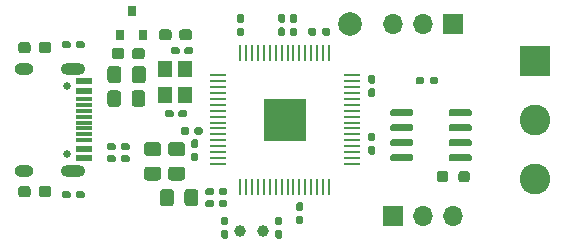
<source format=gbr>
%TF.GenerationSoftware,KiCad,Pcbnew,5.1.8*%
%TF.CreationDate,2020-12-05T00:24:13-05:00*%
%TF.ProjectId,cantankerous,63616e74-616e-46b6-9572-6f75732e6b69,rev?*%
%TF.SameCoordinates,Original*%
%TF.FileFunction,Soldermask,Top*%
%TF.FilePolarity,Negative*%
%FSLAX46Y46*%
G04 Gerber Fmt 4.6, Leading zero omitted, Abs format (unit mm)*
G04 Created by KiCad (PCBNEW 5.1.8) date 2020-12-05 00:24:13*
%MOMM*%
%LPD*%
G01*
G04 APERTURE LIST*
%ADD10C,2.600000*%
%ADD11R,2.600000X2.600000*%
%ADD12C,1.000000*%
%ADD13R,3.606800X3.606800*%
%ADD14R,1.346200X0.228600*%
%ADD15R,0.228600X1.346200*%
%ADD16R,1.200000X1.400000*%
%ADD17R,0.800000X0.900000*%
%ADD18O,1.600000X1.000000*%
%ADD19C,0.650000*%
%ADD20O,2.100000X1.000000*%
%ADD21R,1.450000X0.300000*%
%ADD22R,1.450000X0.600000*%
%ADD23O,1.700000X1.700000*%
%ADD24R,1.700000X1.700000*%
%ADD25C,2.000000*%
G04 APERTURE END LIST*
D10*
%TO.C,J3*%
X165989000Y-110410000D03*
X165989000Y-105410000D03*
D11*
X165989000Y-100410000D03*
%TD*%
D12*
%TO.C,Y2*%
X141033500Y-114871500D03*
X142933500Y-114871500D03*
%TD*%
D13*
%TO.C,U1*%
X144780000Y-105410000D03*
D14*
X150456900Y-101660000D03*
X150456900Y-102159999D03*
X150456900Y-102660000D03*
X150456900Y-103159999D03*
X150456900Y-103660001D03*
X150456900Y-104160000D03*
X150456900Y-104659999D03*
X150456900Y-105160000D03*
X150456900Y-105660000D03*
X150456900Y-106160001D03*
X150456900Y-106660000D03*
X150456900Y-107159999D03*
X150456900Y-107660001D03*
X150456900Y-108160000D03*
X150456900Y-108660001D03*
X150456900Y-109160000D03*
D15*
X148530000Y-111086900D03*
X148030001Y-111086900D03*
X147530000Y-111086900D03*
X147030001Y-111086900D03*
X146529999Y-111086900D03*
X146030000Y-111086900D03*
X145530001Y-111086900D03*
X145030000Y-111086900D03*
X144530000Y-111086900D03*
X144029999Y-111086900D03*
X143530000Y-111086900D03*
X143030001Y-111086900D03*
X142529999Y-111086900D03*
X142030000Y-111086900D03*
X141529999Y-111086900D03*
X141030000Y-111086900D03*
D14*
X139103100Y-109160000D03*
X139103100Y-108660001D03*
X139103100Y-108160000D03*
X139103100Y-107660001D03*
X139103100Y-107159999D03*
X139103100Y-106660000D03*
X139103100Y-106160001D03*
X139103100Y-105660000D03*
X139103100Y-105160000D03*
X139103100Y-104659999D03*
X139103100Y-104160000D03*
X139103100Y-103660001D03*
X139103100Y-103159999D03*
X139103100Y-102660000D03*
X139103100Y-102159999D03*
X139103100Y-101660000D03*
D15*
X141030000Y-99733100D03*
X141529999Y-99733100D03*
X142030000Y-99733100D03*
X142529999Y-99733100D03*
X143030001Y-99733100D03*
X143530000Y-99733100D03*
X144029999Y-99733100D03*
X144530000Y-99733100D03*
X145030000Y-99733100D03*
X145530001Y-99733100D03*
X146030000Y-99733100D03*
X146529999Y-99733100D03*
X147030001Y-99733100D03*
X147530000Y-99733100D03*
X148030001Y-99733100D03*
X148530000Y-99733100D03*
%TD*%
D16*
%TO.C,Y1*%
X134620000Y-103292000D03*
X134620000Y-101092000D03*
X136320000Y-101092000D03*
X136320000Y-103292000D03*
%TD*%
%TO.C,C19*%
G36*
G01*
X130953000Y-101125000D02*
X130953000Y-102075000D01*
G75*
G02*
X130703000Y-102325000I-250000J0D01*
G01*
X130028000Y-102325000D01*
G75*
G02*
X129778000Y-102075000I0J250000D01*
G01*
X129778000Y-101125000D01*
G75*
G02*
X130028000Y-100875000I250000J0D01*
G01*
X130703000Y-100875000D01*
G75*
G02*
X130953000Y-101125000I0J-250000D01*
G01*
G37*
G36*
G01*
X133028000Y-101125000D02*
X133028000Y-102075000D01*
G75*
G02*
X132778000Y-102325000I-250000J0D01*
G01*
X132103000Y-102325000D01*
G75*
G02*
X131853000Y-102075000I0J250000D01*
G01*
X131853000Y-101125000D01*
G75*
G02*
X132103000Y-100875000I250000J0D01*
G01*
X132778000Y-100875000D01*
G75*
G02*
X133028000Y-101125000I0J-250000D01*
G01*
G37*
%TD*%
%TO.C,C2*%
G36*
G01*
X135860500Y-98472000D02*
X135860500Y-97997000D01*
G75*
G02*
X136098000Y-97759500I237500J0D01*
G01*
X136698000Y-97759500D01*
G75*
G02*
X136935500Y-97997000I0J-237500D01*
G01*
X136935500Y-98472000D01*
G75*
G02*
X136698000Y-98709500I-237500J0D01*
G01*
X136098000Y-98709500D01*
G75*
G02*
X135860500Y-98472000I0J237500D01*
G01*
G37*
G36*
G01*
X134135500Y-98472000D02*
X134135500Y-97997000D01*
G75*
G02*
X134373000Y-97759500I237500J0D01*
G01*
X134973000Y-97759500D01*
G75*
G02*
X135210500Y-97997000I0J-237500D01*
G01*
X135210500Y-98472000D01*
G75*
G02*
X134973000Y-98709500I-237500J0D01*
G01*
X134373000Y-98709500D01*
G75*
G02*
X134135500Y-98472000I0J237500D01*
G01*
G37*
%TD*%
%TO.C,C1*%
G36*
G01*
X131210000Y-99584500D02*
X131210000Y-100059500D01*
G75*
G02*
X130972500Y-100297000I-237500J0D01*
G01*
X130372500Y-100297000D01*
G75*
G02*
X130135000Y-100059500I0J237500D01*
G01*
X130135000Y-99584500D01*
G75*
G02*
X130372500Y-99347000I237500J0D01*
G01*
X130972500Y-99347000D01*
G75*
G02*
X131210000Y-99584500I0J-237500D01*
G01*
G37*
G36*
G01*
X132935000Y-99584500D02*
X132935000Y-100059500D01*
G75*
G02*
X132697500Y-100297000I-237500J0D01*
G01*
X132097500Y-100297000D01*
G75*
G02*
X131860000Y-100059500I0J237500D01*
G01*
X131860000Y-99584500D01*
G75*
G02*
X132097500Y-99347000I237500J0D01*
G01*
X132697500Y-99347000D01*
G75*
G02*
X132935000Y-99584500I0J-237500D01*
G01*
G37*
%TD*%
D17*
%TO.C,U2*%
X131823500Y-96234500D03*
X132773500Y-98234500D03*
X130873500Y-98234500D03*
%TD*%
%TO.C,R10*%
G36*
G01*
X126659000Y-111600000D02*
X126659000Y-111920000D01*
G75*
G02*
X126499000Y-112080000I-160000J0D01*
G01*
X126104000Y-112080000D01*
G75*
G02*
X125944000Y-111920000I0J160000D01*
G01*
X125944000Y-111600000D01*
G75*
G02*
X126104000Y-111440000I160000J0D01*
G01*
X126499000Y-111440000D01*
G75*
G02*
X126659000Y-111600000I0J-160000D01*
G01*
G37*
G36*
G01*
X127854000Y-111600000D02*
X127854000Y-111920000D01*
G75*
G02*
X127694000Y-112080000I-160000J0D01*
G01*
X127299000Y-112080000D01*
G75*
G02*
X127139000Y-111920000I0J160000D01*
G01*
X127139000Y-111600000D01*
G75*
G02*
X127299000Y-111440000I160000J0D01*
G01*
X127694000Y-111440000D01*
G75*
G02*
X127854000Y-111600000I0J-160000D01*
G01*
G37*
%TD*%
%TO.C,R9*%
G36*
G01*
X126659000Y-98900000D02*
X126659000Y-99220000D01*
G75*
G02*
X126499000Y-99380000I-160000J0D01*
G01*
X126104000Y-99380000D01*
G75*
G02*
X125944000Y-99220000I0J160000D01*
G01*
X125944000Y-98900000D01*
G75*
G02*
X126104000Y-98740000I160000J0D01*
G01*
X126499000Y-98740000D01*
G75*
G02*
X126659000Y-98900000I0J-160000D01*
G01*
G37*
G36*
G01*
X127854000Y-98900000D02*
X127854000Y-99220000D01*
G75*
G02*
X127694000Y-99380000I-160000J0D01*
G01*
X127299000Y-99380000D01*
G75*
G02*
X127139000Y-99220000I0J160000D01*
G01*
X127139000Y-98900000D01*
G75*
G02*
X127299000Y-98740000I160000J0D01*
G01*
X127694000Y-98740000D01*
G75*
G02*
X127854000Y-98900000I0J-160000D01*
G01*
G37*
%TD*%
%TO.C,D2*%
G36*
G01*
X123970500Y-111743500D02*
X123970500Y-111268500D01*
G75*
G02*
X124208000Y-111031000I237500J0D01*
G01*
X124783000Y-111031000D01*
G75*
G02*
X125020500Y-111268500I0J-237500D01*
G01*
X125020500Y-111743500D01*
G75*
G02*
X124783000Y-111981000I-237500J0D01*
G01*
X124208000Y-111981000D01*
G75*
G02*
X123970500Y-111743500I0J237500D01*
G01*
G37*
G36*
G01*
X122220500Y-111743500D02*
X122220500Y-111268500D01*
G75*
G02*
X122458000Y-111031000I237500J0D01*
G01*
X123033000Y-111031000D01*
G75*
G02*
X123270500Y-111268500I0J-237500D01*
G01*
X123270500Y-111743500D01*
G75*
G02*
X123033000Y-111981000I-237500J0D01*
G01*
X122458000Y-111981000D01*
G75*
G02*
X122220500Y-111743500I0J237500D01*
G01*
G37*
%TD*%
%TO.C,D1*%
G36*
G01*
X123970500Y-99551500D02*
X123970500Y-99076500D01*
G75*
G02*
X124208000Y-98839000I237500J0D01*
G01*
X124783000Y-98839000D01*
G75*
G02*
X125020500Y-99076500I0J-237500D01*
G01*
X125020500Y-99551500D01*
G75*
G02*
X124783000Y-99789000I-237500J0D01*
G01*
X124208000Y-99789000D01*
G75*
G02*
X123970500Y-99551500I0J237500D01*
G01*
G37*
G36*
G01*
X122220500Y-99551500D02*
X122220500Y-99076500D01*
G75*
G02*
X122458000Y-98839000I237500J0D01*
G01*
X123033000Y-98839000D01*
G75*
G02*
X123270500Y-99076500I0J-237500D01*
G01*
X123270500Y-99551500D01*
G75*
G02*
X123033000Y-99789000I-237500J0D01*
G01*
X122458000Y-99789000D01*
G75*
G02*
X122220500Y-99551500I0J237500D01*
G01*
G37*
%TD*%
%TO.C,C3*%
G36*
G01*
X135975000Y-106517500D02*
X135975000Y-106207500D01*
G75*
G02*
X136130000Y-106052500I155000J0D01*
G01*
X136555000Y-106052500D01*
G75*
G02*
X136710000Y-106207500I0J-155000D01*
G01*
X136710000Y-106517500D01*
G75*
G02*
X136555000Y-106672500I-155000J0D01*
G01*
X136130000Y-106672500D01*
G75*
G02*
X135975000Y-106517500I0J155000D01*
G01*
G37*
G36*
G01*
X137110000Y-106517500D02*
X137110000Y-106207500D01*
G75*
G02*
X137265000Y-106052500I155000J0D01*
G01*
X137690000Y-106052500D01*
G75*
G02*
X137845000Y-106207500I0J-155000D01*
G01*
X137845000Y-106517500D01*
G75*
G02*
X137690000Y-106672500I-155000J0D01*
G01*
X137265000Y-106672500D01*
G75*
G02*
X137110000Y-106517500I0J155000D01*
G01*
G37*
%TD*%
%TO.C,C4*%
G36*
G01*
X140878500Y-96478000D02*
X141188500Y-96478000D01*
G75*
G02*
X141343500Y-96633000I0J-155000D01*
G01*
X141343500Y-97058000D01*
G75*
G02*
X141188500Y-97213000I-155000J0D01*
G01*
X140878500Y-97213000D01*
G75*
G02*
X140723500Y-97058000I0J155000D01*
G01*
X140723500Y-96633000D01*
G75*
G02*
X140878500Y-96478000I155000J0D01*
G01*
G37*
G36*
G01*
X140878500Y-97613000D02*
X141188500Y-97613000D01*
G75*
G02*
X141343500Y-97768000I0J-155000D01*
G01*
X141343500Y-98193000D01*
G75*
G02*
X141188500Y-98348000I-155000J0D01*
G01*
X140878500Y-98348000D01*
G75*
G02*
X140723500Y-98193000I0J155000D01*
G01*
X140723500Y-97768000D01*
G75*
G02*
X140878500Y-97613000I155000J0D01*
G01*
G37*
%TD*%
%TO.C,C5*%
G36*
G01*
X151991000Y-102756500D02*
X152301000Y-102756500D01*
G75*
G02*
X152456000Y-102911500I0J-155000D01*
G01*
X152456000Y-103336500D01*
G75*
G02*
X152301000Y-103491500I-155000J0D01*
G01*
X151991000Y-103491500D01*
G75*
G02*
X151836000Y-103336500I0J155000D01*
G01*
X151836000Y-102911500D01*
G75*
G02*
X151991000Y-102756500I155000J0D01*
G01*
G37*
G36*
G01*
X151991000Y-101621500D02*
X152301000Y-101621500D01*
G75*
G02*
X152456000Y-101776500I0J-155000D01*
G01*
X152456000Y-102201500D01*
G75*
G02*
X152301000Y-102356500I-155000J0D01*
G01*
X151991000Y-102356500D01*
G75*
G02*
X151836000Y-102201500I0J155000D01*
G01*
X151836000Y-101776500D01*
G75*
G02*
X151991000Y-101621500I155000J0D01*
G01*
G37*
%TD*%
%TO.C,C6*%
G36*
G01*
X145387000Y-96478000D02*
X145697000Y-96478000D01*
G75*
G02*
X145852000Y-96633000I0J-155000D01*
G01*
X145852000Y-97058000D01*
G75*
G02*
X145697000Y-97213000I-155000J0D01*
G01*
X145387000Y-97213000D01*
G75*
G02*
X145232000Y-97058000I0J155000D01*
G01*
X145232000Y-96633000D01*
G75*
G02*
X145387000Y-96478000I155000J0D01*
G01*
G37*
G36*
G01*
X145387000Y-97613000D02*
X145697000Y-97613000D01*
G75*
G02*
X145852000Y-97768000I0J-155000D01*
G01*
X145852000Y-98193000D01*
G75*
G02*
X145697000Y-98348000I-155000J0D01*
G01*
X145387000Y-98348000D01*
G75*
G02*
X145232000Y-98193000I0J155000D01*
G01*
X145232000Y-97768000D01*
G75*
G02*
X145387000Y-97613000I155000J0D01*
G01*
G37*
%TD*%
%TO.C,C7*%
G36*
G01*
X144371000Y-96470000D02*
X144681000Y-96470000D01*
G75*
G02*
X144836000Y-96625000I0J-155000D01*
G01*
X144836000Y-97050000D01*
G75*
G02*
X144681000Y-97205000I-155000J0D01*
G01*
X144371000Y-97205000D01*
G75*
G02*
X144216000Y-97050000I0J155000D01*
G01*
X144216000Y-96625000D01*
G75*
G02*
X144371000Y-96470000I155000J0D01*
G01*
G37*
G36*
G01*
X144371000Y-97605000D02*
X144681000Y-97605000D01*
G75*
G02*
X144836000Y-97760000I0J-155000D01*
G01*
X144836000Y-98185000D01*
G75*
G02*
X144681000Y-98340000I-155000J0D01*
G01*
X144371000Y-98340000D01*
G75*
G02*
X144216000Y-98185000I0J155000D01*
G01*
X144216000Y-97760000D01*
G75*
G02*
X144371000Y-97605000I155000J0D01*
G01*
G37*
%TD*%
%TO.C,C8*%
G36*
G01*
X146205000Y-114286500D02*
X145895000Y-114286500D01*
G75*
G02*
X145740000Y-114131500I0J155000D01*
G01*
X145740000Y-113706500D01*
G75*
G02*
X145895000Y-113551500I155000J0D01*
G01*
X146205000Y-113551500D01*
G75*
G02*
X146360000Y-113706500I0J-155000D01*
G01*
X146360000Y-114131500D01*
G75*
G02*
X146205000Y-114286500I-155000J0D01*
G01*
G37*
G36*
G01*
X146205000Y-113151500D02*
X145895000Y-113151500D01*
G75*
G02*
X145740000Y-112996500I0J155000D01*
G01*
X145740000Y-112571500D01*
G75*
G02*
X145895000Y-112416500I155000J0D01*
G01*
X146205000Y-112416500D01*
G75*
G02*
X146360000Y-112571500I0J-155000D01*
G01*
X146360000Y-112996500D01*
G75*
G02*
X146205000Y-113151500I-155000J0D01*
G01*
G37*
%TD*%
%TO.C,C9*%
G36*
G01*
X152301000Y-107238000D02*
X151991000Y-107238000D01*
G75*
G02*
X151836000Y-107083000I0J155000D01*
G01*
X151836000Y-106658000D01*
G75*
G02*
X151991000Y-106503000I155000J0D01*
G01*
X152301000Y-106503000D01*
G75*
G02*
X152456000Y-106658000I0J-155000D01*
G01*
X152456000Y-107083000D01*
G75*
G02*
X152301000Y-107238000I-155000J0D01*
G01*
G37*
G36*
G01*
X152301000Y-108373000D02*
X151991000Y-108373000D01*
G75*
G02*
X151836000Y-108218000I0J155000D01*
G01*
X151836000Y-107793000D01*
G75*
G02*
X151991000Y-107638000I155000J0D01*
G01*
X152301000Y-107638000D01*
G75*
G02*
X152456000Y-107793000I0J-155000D01*
G01*
X152456000Y-108218000D01*
G75*
G02*
X152301000Y-108373000I-155000J0D01*
G01*
G37*
%TD*%
%TO.C,C10*%
G36*
G01*
X139197500Y-111661000D02*
X139197500Y-111351000D01*
G75*
G02*
X139352500Y-111196000I155000J0D01*
G01*
X139777500Y-111196000D01*
G75*
G02*
X139932500Y-111351000I0J-155000D01*
G01*
X139932500Y-111661000D01*
G75*
G02*
X139777500Y-111816000I-155000J0D01*
G01*
X139352500Y-111816000D01*
G75*
G02*
X139197500Y-111661000I0J155000D01*
G01*
G37*
G36*
G01*
X138062500Y-111661000D02*
X138062500Y-111351000D01*
G75*
G02*
X138217500Y-111196000I155000J0D01*
G01*
X138642500Y-111196000D01*
G75*
G02*
X138797500Y-111351000I0J-155000D01*
G01*
X138797500Y-111661000D01*
G75*
G02*
X138642500Y-111816000I-155000J0D01*
G01*
X138217500Y-111816000D01*
G75*
G02*
X138062500Y-111661000I0J155000D01*
G01*
G37*
%TD*%
%TO.C,C11*%
G36*
G01*
X137315000Y-107809500D02*
X137005000Y-107809500D01*
G75*
G02*
X136850000Y-107654500I0J155000D01*
G01*
X136850000Y-107229500D01*
G75*
G02*
X137005000Y-107074500I155000J0D01*
G01*
X137315000Y-107074500D01*
G75*
G02*
X137470000Y-107229500I0J-155000D01*
G01*
X137470000Y-107654500D01*
G75*
G02*
X137315000Y-107809500I-155000J0D01*
G01*
G37*
G36*
G01*
X137315000Y-108944500D02*
X137005000Y-108944500D01*
G75*
G02*
X136850000Y-108789500I0J155000D01*
G01*
X136850000Y-108364500D01*
G75*
G02*
X137005000Y-108209500I155000J0D01*
G01*
X137315000Y-108209500D01*
G75*
G02*
X137470000Y-108364500I0J-155000D01*
G01*
X137470000Y-108789500D01*
G75*
G02*
X137315000Y-108944500I-155000J0D01*
G01*
G37*
%TD*%
%TO.C,C12*%
G36*
G01*
X138062500Y-112677000D02*
X138062500Y-112367000D01*
G75*
G02*
X138217500Y-112212000I155000J0D01*
G01*
X138642500Y-112212000D01*
G75*
G02*
X138797500Y-112367000I0J-155000D01*
G01*
X138797500Y-112677000D01*
G75*
G02*
X138642500Y-112832000I-155000J0D01*
G01*
X138217500Y-112832000D01*
G75*
G02*
X138062500Y-112677000I0J155000D01*
G01*
G37*
G36*
G01*
X139197500Y-112677000D02*
X139197500Y-112367000D01*
G75*
G02*
X139352500Y-112212000I155000J0D01*
G01*
X139777500Y-112212000D01*
G75*
G02*
X139932500Y-112367000I0J-155000D01*
G01*
X139932500Y-112677000D01*
G75*
G02*
X139777500Y-112832000I-155000J0D01*
G01*
X139352500Y-112832000D01*
G75*
G02*
X139197500Y-112677000I0J155000D01*
G01*
G37*
%TD*%
%TO.C,C13*%
G36*
G01*
X135376500Y-104747000D02*
X135376500Y-105057000D01*
G75*
G02*
X135221500Y-105212000I-155000J0D01*
G01*
X134796500Y-105212000D01*
G75*
G02*
X134641500Y-105057000I0J155000D01*
G01*
X134641500Y-104747000D01*
G75*
G02*
X134796500Y-104592000I155000J0D01*
G01*
X135221500Y-104592000D01*
G75*
G02*
X135376500Y-104747000I0J-155000D01*
G01*
G37*
G36*
G01*
X136511500Y-104747000D02*
X136511500Y-105057000D01*
G75*
G02*
X136356500Y-105212000I-155000J0D01*
G01*
X135931500Y-105212000D01*
G75*
G02*
X135776500Y-105057000I0J155000D01*
G01*
X135776500Y-104747000D01*
G75*
G02*
X135931500Y-104592000I155000J0D01*
G01*
X136356500Y-104592000D01*
G75*
G02*
X136511500Y-104747000I0J-155000D01*
G01*
G37*
%TD*%
%TO.C,C14*%
G36*
G01*
X137019500Y-99413000D02*
X137019500Y-99723000D01*
G75*
G02*
X136864500Y-99878000I-155000J0D01*
G01*
X136439500Y-99878000D01*
G75*
G02*
X136284500Y-99723000I0J155000D01*
G01*
X136284500Y-99413000D01*
G75*
G02*
X136439500Y-99258000I155000J0D01*
G01*
X136864500Y-99258000D01*
G75*
G02*
X137019500Y-99413000I0J-155000D01*
G01*
G37*
G36*
G01*
X135884500Y-99413000D02*
X135884500Y-99723000D01*
G75*
G02*
X135729500Y-99878000I-155000J0D01*
G01*
X135304500Y-99878000D01*
G75*
G02*
X135149500Y-99723000I0J155000D01*
G01*
X135149500Y-99413000D01*
G75*
G02*
X135304500Y-99258000I155000J0D01*
G01*
X135729500Y-99258000D01*
G75*
G02*
X135884500Y-99413000I0J-155000D01*
G01*
G37*
%TD*%
%TO.C,C15*%
G36*
G01*
X137473000Y-111539000D02*
X137473000Y-112489000D01*
G75*
G02*
X137223000Y-112739000I-250000J0D01*
G01*
X136548000Y-112739000D01*
G75*
G02*
X136298000Y-112489000I0J250000D01*
G01*
X136298000Y-111539000D01*
G75*
G02*
X136548000Y-111289000I250000J0D01*
G01*
X137223000Y-111289000D01*
G75*
G02*
X137473000Y-111539000I0J-250000D01*
G01*
G37*
G36*
G01*
X135398000Y-111539000D02*
X135398000Y-112489000D01*
G75*
G02*
X135148000Y-112739000I-250000J0D01*
G01*
X134473000Y-112739000D01*
G75*
G02*
X134223000Y-112489000I0J250000D01*
G01*
X134223000Y-111539000D01*
G75*
G02*
X134473000Y-111289000I250000J0D01*
G01*
X135148000Y-111289000D01*
G75*
G02*
X135398000Y-111539000I0J-250000D01*
G01*
G37*
%TD*%
%TO.C,C16*%
G36*
G01*
X134079000Y-108494500D02*
X133129000Y-108494500D01*
G75*
G02*
X132879000Y-108244500I0J250000D01*
G01*
X132879000Y-107569500D01*
G75*
G02*
X133129000Y-107319500I250000J0D01*
G01*
X134079000Y-107319500D01*
G75*
G02*
X134329000Y-107569500I0J-250000D01*
G01*
X134329000Y-108244500D01*
G75*
G02*
X134079000Y-108494500I-250000J0D01*
G01*
G37*
G36*
G01*
X134079000Y-110569500D02*
X133129000Y-110569500D01*
G75*
G02*
X132879000Y-110319500I0J250000D01*
G01*
X132879000Y-109644500D01*
G75*
G02*
X133129000Y-109394500I250000J0D01*
G01*
X134079000Y-109394500D01*
G75*
G02*
X134329000Y-109644500I0J-250000D01*
G01*
X134329000Y-110319500D01*
G75*
G02*
X134079000Y-110569500I-250000J0D01*
G01*
G37*
%TD*%
%TO.C,C17*%
G36*
G01*
X139855000Y-115493000D02*
X139545000Y-115493000D01*
G75*
G02*
X139390000Y-115338000I0J155000D01*
G01*
X139390000Y-114913000D01*
G75*
G02*
X139545000Y-114758000I155000J0D01*
G01*
X139855000Y-114758000D01*
G75*
G02*
X140010000Y-114913000I0J-155000D01*
G01*
X140010000Y-115338000D01*
G75*
G02*
X139855000Y-115493000I-155000J0D01*
G01*
G37*
G36*
G01*
X139855000Y-114358000D02*
X139545000Y-114358000D01*
G75*
G02*
X139390000Y-114203000I0J155000D01*
G01*
X139390000Y-113778000D01*
G75*
G02*
X139545000Y-113623000I155000J0D01*
G01*
X139855000Y-113623000D01*
G75*
G02*
X140010000Y-113778000I0J-155000D01*
G01*
X140010000Y-114203000D01*
G75*
G02*
X139855000Y-114358000I-155000J0D01*
G01*
G37*
%TD*%
%TO.C,C18*%
G36*
G01*
X144117000Y-113623000D02*
X144427000Y-113623000D01*
G75*
G02*
X144582000Y-113778000I0J-155000D01*
G01*
X144582000Y-114203000D01*
G75*
G02*
X144427000Y-114358000I-155000J0D01*
G01*
X144117000Y-114358000D01*
G75*
G02*
X143962000Y-114203000I0J155000D01*
G01*
X143962000Y-113778000D01*
G75*
G02*
X144117000Y-113623000I155000J0D01*
G01*
G37*
G36*
G01*
X144117000Y-114758000D02*
X144427000Y-114758000D01*
G75*
G02*
X144582000Y-114913000I0J-155000D01*
G01*
X144582000Y-115338000D01*
G75*
G02*
X144427000Y-115493000I-155000J0D01*
G01*
X144117000Y-115493000D01*
G75*
G02*
X143962000Y-115338000I0J155000D01*
G01*
X143962000Y-114913000D01*
G75*
G02*
X144117000Y-114758000I155000J0D01*
G01*
G37*
%TD*%
%TO.C,F1*%
G36*
G01*
X132981500Y-103181999D02*
X132981500Y-104082001D01*
G75*
G02*
X132731501Y-104332000I-249999J0D01*
G01*
X132081499Y-104332000D01*
G75*
G02*
X131831500Y-104082001I0J249999D01*
G01*
X131831500Y-103181999D01*
G75*
G02*
X132081499Y-102932000I249999J0D01*
G01*
X132731501Y-102932000D01*
G75*
G02*
X132981500Y-103181999I0J-249999D01*
G01*
G37*
G36*
G01*
X130931500Y-103181999D02*
X130931500Y-104082001D01*
G75*
G02*
X130681501Y-104332000I-249999J0D01*
G01*
X130031499Y-104332000D01*
G75*
G02*
X129781500Y-104082001I0J249999D01*
G01*
X129781500Y-103181999D01*
G75*
G02*
X130031499Y-102932000I249999J0D01*
G01*
X130681501Y-102932000D01*
G75*
G02*
X130931500Y-103181999I0J-249999D01*
G01*
G37*
%TD*%
D18*
%TO.C,J2*%
X122711500Y-109730000D03*
D19*
X126361500Y-108300000D03*
D18*
X122711500Y-101090000D03*
D19*
X126361500Y-102520000D03*
D20*
X126891500Y-101090000D03*
X126891500Y-109730000D03*
D21*
X127806500Y-105160000D03*
X127806500Y-107160000D03*
X127806500Y-106660000D03*
X127806500Y-106160000D03*
X127806500Y-105660000D03*
X127806500Y-104660000D03*
X127806500Y-104160000D03*
X127806500Y-103660000D03*
D22*
X127806500Y-108660000D03*
X127806500Y-107860000D03*
X127806500Y-102960000D03*
X127806500Y-102160000D03*
X127806500Y-102160000D03*
X127806500Y-102960000D03*
X127806500Y-107860000D03*
X127806500Y-108660000D03*
%TD*%
D23*
%TO.C,BOOT*%
X153924000Y-97282000D03*
X156464000Y-97282000D03*
D24*
X159004000Y-97282000D03*
%TD*%
%TO.C,TERM*%
X153924000Y-113601500D03*
D23*
X156464000Y-113601500D03*
X159004000Y-113601500D03*
%TD*%
%TO.C,L1*%
G36*
G01*
X136111000Y-110569500D02*
X135161000Y-110569500D01*
G75*
G02*
X134911000Y-110319500I0J250000D01*
G01*
X134911000Y-109644500D01*
G75*
G02*
X135161000Y-109394500I250000J0D01*
G01*
X136111000Y-109394500D01*
G75*
G02*
X136361000Y-109644500I0J-250000D01*
G01*
X136361000Y-110319500D01*
G75*
G02*
X136111000Y-110569500I-250000J0D01*
G01*
G37*
G36*
G01*
X136111000Y-108494500D02*
X135161000Y-108494500D01*
G75*
G02*
X134911000Y-108244500I0J250000D01*
G01*
X134911000Y-107569500D01*
G75*
G02*
X135161000Y-107319500I250000J0D01*
G01*
X136111000Y-107319500D01*
G75*
G02*
X136361000Y-107569500I0J-250000D01*
G01*
X136361000Y-108244500D01*
G75*
G02*
X136111000Y-108494500I-250000J0D01*
G01*
G37*
%TD*%
%TO.C,R1*%
G36*
G01*
X155864000Y-102268000D02*
X155864000Y-101948000D01*
G75*
G02*
X156024000Y-101788000I160000J0D01*
G01*
X156419000Y-101788000D01*
G75*
G02*
X156579000Y-101948000I0J-160000D01*
G01*
X156579000Y-102268000D01*
G75*
G02*
X156419000Y-102428000I-160000J0D01*
G01*
X156024000Y-102428000D01*
G75*
G02*
X155864000Y-102268000I0J160000D01*
G01*
G37*
G36*
G01*
X157059000Y-102268000D02*
X157059000Y-101948000D01*
G75*
G02*
X157219000Y-101788000I160000J0D01*
G01*
X157614000Y-101788000D01*
G75*
G02*
X157774000Y-101948000I0J-160000D01*
G01*
X157774000Y-102268000D01*
G75*
G02*
X157614000Y-102428000I-160000J0D01*
G01*
X157219000Y-102428000D01*
G75*
G02*
X157059000Y-102268000I0J160000D01*
G01*
G37*
%TD*%
%TO.C,R2*%
G36*
G01*
X146746000Y-98140500D02*
X146746000Y-97820500D01*
G75*
G02*
X146906000Y-97660500I160000J0D01*
G01*
X147301000Y-97660500D01*
G75*
G02*
X147461000Y-97820500I0J-160000D01*
G01*
X147461000Y-98140500D01*
G75*
G02*
X147301000Y-98300500I-160000J0D01*
G01*
X146906000Y-98300500D01*
G75*
G02*
X146746000Y-98140500I0J160000D01*
G01*
G37*
G36*
G01*
X147941000Y-98140500D02*
X147941000Y-97820500D01*
G75*
G02*
X148101000Y-97660500I160000J0D01*
G01*
X148496000Y-97660500D01*
G75*
G02*
X148656000Y-97820500I0J-160000D01*
G01*
X148656000Y-98140500D01*
G75*
G02*
X148496000Y-98300500I-160000J0D01*
G01*
X148101000Y-98300500D01*
G75*
G02*
X147941000Y-98140500I0J160000D01*
G01*
G37*
%TD*%
%TO.C,R6*%
G36*
G01*
X130469000Y-108552000D02*
X130469000Y-108872000D01*
G75*
G02*
X130309000Y-109032000I-160000J0D01*
G01*
X129914000Y-109032000D01*
G75*
G02*
X129754000Y-108872000I0J160000D01*
G01*
X129754000Y-108552000D01*
G75*
G02*
X129914000Y-108392000I160000J0D01*
G01*
X130309000Y-108392000D01*
G75*
G02*
X130469000Y-108552000I0J-160000D01*
G01*
G37*
G36*
G01*
X131664000Y-108552000D02*
X131664000Y-108872000D01*
G75*
G02*
X131504000Y-109032000I-160000J0D01*
G01*
X131109000Y-109032000D01*
G75*
G02*
X130949000Y-108872000I0J160000D01*
G01*
X130949000Y-108552000D01*
G75*
G02*
X131109000Y-108392000I160000J0D01*
G01*
X131504000Y-108392000D01*
G75*
G02*
X131664000Y-108552000I0J-160000D01*
G01*
G37*
%TD*%
%TO.C,R7*%
G36*
G01*
X129754000Y-107856000D02*
X129754000Y-107536000D01*
G75*
G02*
X129914000Y-107376000I160000J0D01*
G01*
X130309000Y-107376000D01*
G75*
G02*
X130469000Y-107536000I0J-160000D01*
G01*
X130469000Y-107856000D01*
G75*
G02*
X130309000Y-108016000I-160000J0D01*
G01*
X129914000Y-108016000D01*
G75*
G02*
X129754000Y-107856000I0J160000D01*
G01*
G37*
G36*
G01*
X130949000Y-107856000D02*
X130949000Y-107536000D01*
G75*
G02*
X131109000Y-107376000I160000J0D01*
G01*
X131504000Y-107376000D01*
G75*
G02*
X131664000Y-107536000I0J-160000D01*
G01*
X131664000Y-107856000D01*
G75*
G02*
X131504000Y-108016000I-160000J0D01*
G01*
X131109000Y-108016000D01*
G75*
G02*
X130949000Y-107856000I0J160000D01*
G01*
G37*
%TD*%
%TO.C,R8*%
G36*
G01*
X157667500Y-110473500D02*
X157667500Y-109998500D01*
G75*
G02*
X157905000Y-109761000I237500J0D01*
G01*
X158405000Y-109761000D01*
G75*
G02*
X158642500Y-109998500I0J-237500D01*
G01*
X158642500Y-110473500D01*
G75*
G02*
X158405000Y-110711000I-237500J0D01*
G01*
X157905000Y-110711000D01*
G75*
G02*
X157667500Y-110473500I0J237500D01*
G01*
G37*
G36*
G01*
X159492500Y-110473500D02*
X159492500Y-109998500D01*
G75*
G02*
X159730000Y-109761000I237500J0D01*
G01*
X160230000Y-109761000D01*
G75*
G02*
X160467500Y-109998500I0J-237500D01*
G01*
X160467500Y-110473500D01*
G75*
G02*
X160230000Y-110711000I-237500J0D01*
G01*
X159730000Y-110711000D01*
G75*
G02*
X159492500Y-110473500I0J237500D01*
G01*
G37*
%TD*%
D25*
%TO.C,TP1*%
X150304500Y-97345500D03*
%TD*%
%TO.C,U3*%
G36*
G01*
X153711000Y-104988500D02*
X153711000Y-104688500D01*
G75*
G02*
X153861000Y-104538500I150000J0D01*
G01*
X155511000Y-104538500D01*
G75*
G02*
X155661000Y-104688500I0J-150000D01*
G01*
X155661000Y-104988500D01*
G75*
G02*
X155511000Y-105138500I-150000J0D01*
G01*
X153861000Y-105138500D01*
G75*
G02*
X153711000Y-104988500I0J150000D01*
G01*
G37*
G36*
G01*
X153711000Y-106258500D02*
X153711000Y-105958500D01*
G75*
G02*
X153861000Y-105808500I150000J0D01*
G01*
X155511000Y-105808500D01*
G75*
G02*
X155661000Y-105958500I0J-150000D01*
G01*
X155661000Y-106258500D01*
G75*
G02*
X155511000Y-106408500I-150000J0D01*
G01*
X153861000Y-106408500D01*
G75*
G02*
X153711000Y-106258500I0J150000D01*
G01*
G37*
G36*
G01*
X153711000Y-107528500D02*
X153711000Y-107228500D01*
G75*
G02*
X153861000Y-107078500I150000J0D01*
G01*
X155511000Y-107078500D01*
G75*
G02*
X155661000Y-107228500I0J-150000D01*
G01*
X155661000Y-107528500D01*
G75*
G02*
X155511000Y-107678500I-150000J0D01*
G01*
X153861000Y-107678500D01*
G75*
G02*
X153711000Y-107528500I0J150000D01*
G01*
G37*
G36*
G01*
X153711000Y-108798500D02*
X153711000Y-108498500D01*
G75*
G02*
X153861000Y-108348500I150000J0D01*
G01*
X155511000Y-108348500D01*
G75*
G02*
X155661000Y-108498500I0J-150000D01*
G01*
X155661000Y-108798500D01*
G75*
G02*
X155511000Y-108948500I-150000J0D01*
G01*
X153861000Y-108948500D01*
G75*
G02*
X153711000Y-108798500I0J150000D01*
G01*
G37*
G36*
G01*
X158661000Y-108798500D02*
X158661000Y-108498500D01*
G75*
G02*
X158811000Y-108348500I150000J0D01*
G01*
X160461000Y-108348500D01*
G75*
G02*
X160611000Y-108498500I0J-150000D01*
G01*
X160611000Y-108798500D01*
G75*
G02*
X160461000Y-108948500I-150000J0D01*
G01*
X158811000Y-108948500D01*
G75*
G02*
X158661000Y-108798500I0J150000D01*
G01*
G37*
G36*
G01*
X158661000Y-107528500D02*
X158661000Y-107228500D01*
G75*
G02*
X158811000Y-107078500I150000J0D01*
G01*
X160461000Y-107078500D01*
G75*
G02*
X160611000Y-107228500I0J-150000D01*
G01*
X160611000Y-107528500D01*
G75*
G02*
X160461000Y-107678500I-150000J0D01*
G01*
X158811000Y-107678500D01*
G75*
G02*
X158661000Y-107528500I0J150000D01*
G01*
G37*
G36*
G01*
X158661000Y-106258500D02*
X158661000Y-105958500D01*
G75*
G02*
X158811000Y-105808500I150000J0D01*
G01*
X160461000Y-105808500D01*
G75*
G02*
X160611000Y-105958500I0J-150000D01*
G01*
X160611000Y-106258500D01*
G75*
G02*
X160461000Y-106408500I-150000J0D01*
G01*
X158811000Y-106408500D01*
G75*
G02*
X158661000Y-106258500I0J150000D01*
G01*
G37*
G36*
G01*
X158661000Y-104988500D02*
X158661000Y-104688500D01*
G75*
G02*
X158811000Y-104538500I150000J0D01*
G01*
X160461000Y-104538500D01*
G75*
G02*
X160611000Y-104688500I0J-150000D01*
G01*
X160611000Y-104988500D01*
G75*
G02*
X160461000Y-105138500I-150000J0D01*
G01*
X158811000Y-105138500D01*
G75*
G02*
X158661000Y-104988500I0J150000D01*
G01*
G37*
%TD*%
M02*

</source>
